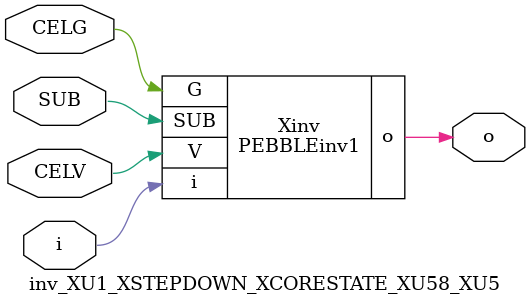
<source format=v>



module PEBBLEinv1 ( o, G, SUB, V, i );

  input V;
  input i;
  input G;
  output o;
  input SUB;
endmodule

//Celera Confidential Do Not Copy inv_XU1_XSTEPDOWN_XCORESTATE_XU58_XU5
//Celera Confidential Symbol Generator
//5V Inverter
module inv_XU1_XSTEPDOWN_XCORESTATE_XU58_XU5 (CELV,CELG,i,o,SUB);
input CELV;
input CELG;
input i;
input SUB;
output o;

//Celera Confidential Do Not Copy inv
PEBBLEinv1 Xinv(
.V (CELV),
.i (i),
.o (o),
.SUB (SUB),
.G (CELG)
);
//,diesize,PEBBLEinv1

//Celera Confidential Do Not Copy Module End
//Celera Schematic Generator
endmodule

</source>
